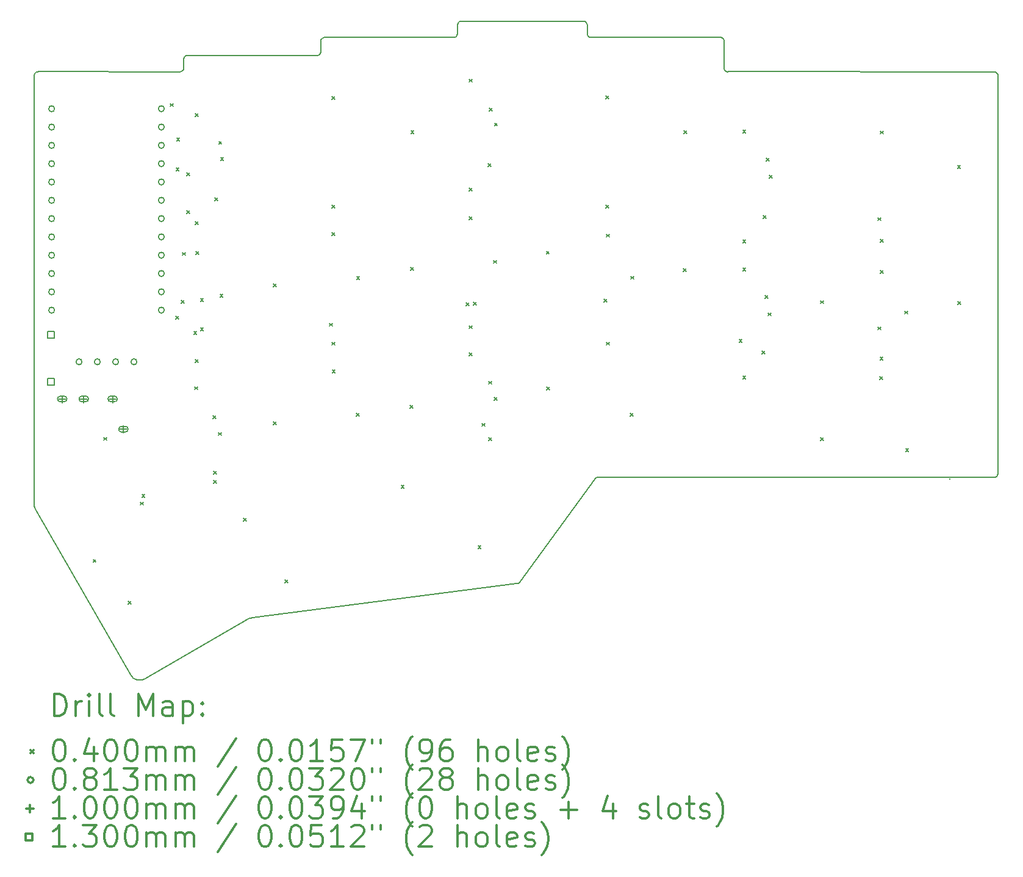
<source format=gbr>
%FSLAX45Y45*%
G04 Gerber Fmt 4.5, Leading zero omitted, Abs format (unit mm)*
G04 Created by KiCad (PCBNEW (5.1.10)-1) date 2021-11-26 09:39:06*
%MOMM*%
%LPD*%
G01*
G04 APERTURE LIST*
%TA.AperFunction,Profile*%
%ADD10C,0.200000*%
%TD*%
%ADD11C,0.200000*%
%ADD12C,0.300000*%
G04 APERTURE END LIST*
D10*
X21252250Y-10814400D02*
X21252250Y-10814300D01*
X21252250Y-10813300D02*
X21252150Y-10813300D01*
X15240651Y-12267009D02*
X11573606Y-12744046D01*
X18115649Y-5117043D02*
X18115649Y-5117018D01*
X12515665Y-4892025D02*
X12510729Y-4913700D01*
X12510729Y-4913700D02*
X12497460Y-4930602D01*
X12497460Y-4930602D02*
X12478149Y-4940441D01*
X12478149Y-4940441D02*
X12465653Y-4942012D01*
X16330309Y-10806663D02*
X15276007Y-12252379D01*
X9885930Y-13545161D02*
X8563328Y-11251924D01*
X14365672Y-4692025D02*
X14365647Y-4692025D01*
X14415659Y-4517019D02*
X14420584Y-4495341D01*
X14420584Y-4495341D02*
X14433845Y-4478432D01*
X14433845Y-4478432D02*
X14453151Y-4468584D01*
X14453151Y-4468584D02*
X14465647Y-4467007D01*
X16215654Y-4517019D02*
X16215654Y-4517019D01*
X16165667Y-4467007D02*
X16187343Y-4471943D01*
X16187343Y-4471943D02*
X16204245Y-4485212D01*
X16204245Y-4485212D02*
X16214083Y-4504523D01*
X16214083Y-4504523D02*
X16215654Y-4517019D01*
X16215654Y-4642038D02*
X16215654Y-4642013D01*
X18065662Y-4692025D02*
X18087331Y-4696958D01*
X18087331Y-4696958D02*
X18104231Y-4710219D01*
X18104231Y-4710219D02*
X18114073Y-4729521D01*
X18114073Y-4729521D02*
X18115649Y-4742013D01*
X18165661Y-5167030D02*
X18143983Y-5162105D01*
X18143983Y-5162105D02*
X18127074Y-5148844D01*
X18127074Y-5148844D02*
X18117226Y-5129538D01*
X18117226Y-5129538D02*
X18115649Y-5117043D01*
X21915663Y-5217017D02*
X21915663Y-5217017D01*
X21865650Y-5167030D02*
X21887328Y-5171955D01*
X21887328Y-5171955D02*
X21904237Y-5185215D01*
X21904237Y-5185215D02*
X21914085Y-5204522D01*
X21914085Y-5204522D02*
X21915663Y-5217017D01*
X21865651Y-10792007D02*
X21865650Y-10792007D01*
X12515665Y-4742013D02*
X12520598Y-4720343D01*
X12520598Y-4720343D02*
X12533859Y-4703444D01*
X12533859Y-4703444D02*
X12553161Y-4693601D01*
X12553161Y-4693601D02*
X12565652Y-4692025D01*
X9886240Y-13545623D02*
X9885930Y-13545161D01*
X10615671Y-5117018D02*
X10610746Y-5138696D01*
X10610746Y-5138696D02*
X10597485Y-5155605D01*
X10597485Y-5155605D02*
X10578178Y-5165453D01*
X10578178Y-5165453D02*
X10565683Y-5167030D01*
X15276007Y-12252379D02*
X15258652Y-12263662D01*
X15258652Y-12263662D02*
X15240651Y-12267009D01*
X10078742Y-13583108D02*
X10060336Y-13593587D01*
X10060336Y-13593587D02*
X10041061Y-13600987D01*
X10041061Y-13600987D02*
X10021244Y-13605372D01*
X10021244Y-13605372D02*
X10001210Y-13606805D01*
X10001210Y-13606805D02*
X9974727Y-13604234D01*
X9974727Y-13604234D02*
X9949214Y-13596679D01*
X9949214Y-13596679D02*
X9931182Y-13587834D01*
X9931182Y-13587834D02*
X9914458Y-13576333D01*
X9914458Y-13576333D02*
X9899368Y-13562242D01*
X9899368Y-13562242D02*
X9886240Y-13545623D01*
X14415659Y-4642013D02*
X14410734Y-4663691D01*
X14410734Y-4663691D02*
X14397474Y-4680600D01*
X14397474Y-4680600D02*
X14378167Y-4690448D01*
X14378167Y-4690448D02*
X14365672Y-4692025D01*
X16265666Y-4692025D02*
X16243988Y-4687100D01*
X16243988Y-4687100D02*
X16227080Y-4673840D01*
X16227080Y-4673840D02*
X16217232Y-4654533D01*
X16217232Y-4654533D02*
X16215654Y-4642038D01*
X8590760Y-5166853D02*
X10565659Y-5167030D01*
X11508150Y-12757000D02*
X11528319Y-12751577D01*
X11528319Y-12751577D02*
X11548771Y-12747399D01*
X11548771Y-12747399D02*
X11569448Y-12744478D01*
X11569448Y-12744478D02*
X11573606Y-12744046D01*
X11508150Y-12757000D02*
X10078742Y-13583108D01*
X14415736Y-4641835D02*
X14415736Y-4516867D01*
X10615900Y-4991847D02*
X10615671Y-5117018D01*
X18165788Y-5166853D02*
X21865650Y-5167030D01*
X21915663Y-5217017D02*
X21915840Y-10741893D01*
X16330309Y-10806663D02*
X16347662Y-10795365D01*
X16347662Y-10795365D02*
X16365666Y-10792007D01*
X16265870Y-4691873D02*
X17466650Y-4691873D01*
X16977950Y-10792007D02*
X20777950Y-10791931D01*
X12515818Y-4891771D02*
X12515818Y-4741911D01*
X10665684Y-4941809D02*
X12465780Y-4941809D01*
X8563379Y-11251772D02*
X8554431Y-11233885D01*
X8554431Y-11233885D02*
X8546883Y-11212423D01*
X8546883Y-11212423D02*
X8542265Y-11190159D01*
X8542265Y-11190159D02*
X8540656Y-11167390D01*
X8540656Y-11167390D02*
X8540670Y-11164523D01*
X8540722Y-5216890D02*
X8540722Y-11164295D01*
X16215832Y-4516867D02*
X16215832Y-4641835D01*
X12565856Y-4691873D02*
X13177950Y-4691873D01*
X21915663Y-10742020D02*
X21910727Y-10763696D01*
X21910727Y-10763696D02*
X21897458Y-10780598D01*
X21897458Y-10780598D02*
X21878147Y-10790436D01*
X21878147Y-10790436D02*
X21865651Y-10792007D01*
X18115750Y-4741911D02*
X18115750Y-5116815D01*
X10615671Y-4992024D02*
X10620597Y-4970346D01*
X10620597Y-4970346D02*
X10633857Y-4953438D01*
X10633857Y-4953438D02*
X10653162Y-4943590D01*
X10653162Y-4943590D02*
X10665658Y-4942012D01*
X8540670Y-5217017D02*
X8545603Y-5195348D01*
X8545603Y-5195348D02*
X8558864Y-5178448D01*
X8558864Y-5178448D02*
X8578167Y-5168606D01*
X8578167Y-5168606D02*
X8590658Y-5167030D01*
X14465774Y-4466829D02*
X16165794Y-4466829D01*
X10565683Y-5167030D02*
X10565659Y-5167030D01*
X16365666Y-10792007D02*
X16977950Y-10792007D01*
X21865650Y-10792007D02*
X20777950Y-10791931D01*
X18065662Y-4692025D02*
X17452950Y-4692025D01*
X14365647Y-4692025D02*
X13177950Y-4691873D01*
D11*
X9358950Y-11932700D02*
X9398950Y-11972700D01*
X9398950Y-11932700D02*
X9358950Y-11972700D01*
X9505950Y-10239700D02*
X9545950Y-10279700D01*
X9545950Y-10239700D02*
X9505950Y-10279700D01*
X9845950Y-12514700D02*
X9885950Y-12554700D01*
X9885950Y-12514700D02*
X9845950Y-12554700D01*
X10013950Y-11136700D02*
X10053950Y-11176700D01*
X10053950Y-11136700D02*
X10013950Y-11176700D01*
X10036256Y-11032006D02*
X10076256Y-11072006D01*
X10076256Y-11032006D02*
X10036256Y-11072006D01*
X10431576Y-5608102D02*
X10471576Y-5648102D01*
X10471576Y-5608102D02*
X10431576Y-5648102D01*
X10503950Y-8558700D02*
X10543950Y-8598700D01*
X10543950Y-8558700D02*
X10503950Y-8598700D01*
X10510949Y-6499700D02*
X10550949Y-6539700D01*
X10550949Y-6499700D02*
X10510949Y-6539700D01*
X10518650Y-6089700D02*
X10558650Y-6129700D01*
X10558650Y-6089700D02*
X10518650Y-6129700D01*
X10578950Y-8340700D02*
X10618950Y-8380700D01*
X10618950Y-8340700D02*
X10578950Y-8380700D01*
X10595950Y-7673700D02*
X10635950Y-7713700D01*
X10635950Y-7673700D02*
X10595950Y-7713700D01*
X10660950Y-6570700D02*
X10700950Y-6610700D01*
X10700950Y-6570700D02*
X10660950Y-6610700D01*
X10660950Y-7095700D02*
X10700950Y-7135700D01*
X10700950Y-7095700D02*
X10660950Y-7135700D01*
X10754950Y-8770700D02*
X10794950Y-8810700D01*
X10794950Y-8770700D02*
X10754950Y-8810700D01*
X10766950Y-9536700D02*
X10806950Y-9576700D01*
X10806950Y-9536700D02*
X10766950Y-9576700D01*
X10775950Y-5749700D02*
X10815950Y-5789700D01*
X10815950Y-5749700D02*
X10775950Y-5789700D01*
X10775950Y-7249700D02*
X10815950Y-7289700D01*
X10815950Y-7249700D02*
X10775950Y-7289700D01*
X10775950Y-9159700D02*
X10815950Y-9199700D01*
X10815950Y-9159700D02*
X10775950Y-9199700D01*
X10785950Y-7659700D02*
X10825950Y-7699700D01*
X10825950Y-7659700D02*
X10785950Y-7699700D01*
X10848450Y-8310701D02*
X10888450Y-8350701D01*
X10888450Y-8310701D02*
X10848450Y-8350701D01*
X10848450Y-8719200D02*
X10888450Y-8759200D01*
X10888450Y-8719200D02*
X10848450Y-8759200D01*
X11023950Y-9937700D02*
X11063950Y-9977700D01*
X11063950Y-9937700D02*
X11023950Y-9977700D01*
X11028950Y-10707700D02*
X11068950Y-10747700D01*
X11068950Y-10707700D02*
X11028950Y-10747700D01*
X11029449Y-10834700D02*
X11069449Y-10874700D01*
X11069449Y-10834700D02*
X11029449Y-10874700D01*
X11050544Y-6916139D02*
X11090544Y-6956139D01*
X11090544Y-6916139D02*
X11050544Y-6956139D01*
X11095950Y-10172700D02*
X11135950Y-10212700D01*
X11135950Y-10172700D02*
X11095950Y-10212700D01*
X11102950Y-6133700D02*
X11142950Y-6173700D01*
X11142950Y-6133700D02*
X11102950Y-6173700D01*
X11118950Y-8255700D02*
X11158950Y-8295700D01*
X11158950Y-8255700D02*
X11118950Y-8295700D01*
X11128951Y-6359700D02*
X11168951Y-6399700D01*
X11168951Y-6359700D02*
X11128951Y-6399700D01*
X11443950Y-11358700D02*
X11483950Y-11398700D01*
X11483950Y-11358700D02*
X11443950Y-11398700D01*
X11858950Y-8107700D02*
X11898950Y-8147700D01*
X11898950Y-8107700D02*
X11858950Y-8147700D01*
X11861950Y-10021700D02*
X11901950Y-10061700D01*
X11901950Y-10021700D02*
X11861950Y-10061700D01*
X12019950Y-12217700D02*
X12059950Y-12257700D01*
X12059950Y-12217700D02*
X12019950Y-12257700D01*
X12638950Y-8656700D02*
X12678950Y-8696700D01*
X12678950Y-8656700D02*
X12638950Y-8696700D01*
X12675950Y-5509700D02*
X12715950Y-5549700D01*
X12715950Y-5509700D02*
X12675950Y-5549700D01*
X12675950Y-7019700D02*
X12715950Y-7059700D01*
X12715950Y-7019700D02*
X12675950Y-7059700D01*
X12675950Y-7399700D02*
X12715950Y-7439700D01*
X12715950Y-7399700D02*
X12675950Y-7439700D01*
X12675950Y-8919700D02*
X12715950Y-8959700D01*
X12715950Y-8919700D02*
X12675950Y-8959700D01*
X12676950Y-9301700D02*
X12716950Y-9341700D01*
X12716950Y-9301700D02*
X12676950Y-9341700D01*
X13010950Y-9905700D02*
X13050950Y-9945700D01*
X13050950Y-9905700D02*
X13010950Y-9945700D01*
X13015950Y-8005700D02*
X13055950Y-8045700D01*
X13055950Y-8005700D02*
X13015950Y-8045700D01*
X13633950Y-10902700D02*
X13673950Y-10942700D01*
X13673950Y-10902700D02*
X13633950Y-10942700D01*
X13757950Y-9792700D02*
X13797950Y-9832700D01*
X13797950Y-9792700D02*
X13757950Y-9832700D01*
X13764950Y-7883700D02*
X13804950Y-7923700D01*
X13804950Y-7883700D02*
X13764950Y-7923700D01*
X13768950Y-5987700D02*
X13808950Y-6027700D01*
X13808950Y-5987700D02*
X13768950Y-6027700D01*
X14535950Y-8371200D02*
X14575950Y-8411200D01*
X14575950Y-8371200D02*
X14535950Y-8411200D01*
X14575950Y-5269700D02*
X14615950Y-5309700D01*
X14615950Y-5269700D02*
X14575950Y-5309700D01*
X14575950Y-6779700D02*
X14615950Y-6819700D01*
X14615950Y-6779700D02*
X14575950Y-6819700D01*
X14575950Y-7179700D02*
X14615950Y-7219700D01*
X14615950Y-7179700D02*
X14575950Y-7219700D01*
X14575950Y-8689700D02*
X14615950Y-8729700D01*
X14615950Y-8689700D02*
X14575950Y-8729700D01*
X14580950Y-9067700D02*
X14620950Y-9107700D01*
X14620950Y-9067700D02*
X14580950Y-9107700D01*
X14639950Y-8367200D02*
X14679950Y-8407200D01*
X14679950Y-8367200D02*
X14639950Y-8407200D01*
X14701950Y-11742700D02*
X14741950Y-11782700D01*
X14741950Y-11742700D02*
X14701950Y-11782700D01*
X14757950Y-10045700D02*
X14797950Y-10085700D01*
X14797950Y-10045700D02*
X14757950Y-10085700D01*
X14840449Y-6440086D02*
X14880449Y-6480086D01*
X14880449Y-6440086D02*
X14840449Y-6480086D01*
X14846950Y-10246700D02*
X14886950Y-10286700D01*
X14886950Y-10246700D02*
X14846950Y-10286700D01*
X14850950Y-9460700D02*
X14890950Y-9500700D01*
X14890950Y-9460700D02*
X14850950Y-9500700D01*
X14854950Y-5674700D02*
X14894950Y-5714700D01*
X14894950Y-5674700D02*
X14854950Y-5714700D01*
X14914950Y-7784700D02*
X14954950Y-7824700D01*
X14954950Y-7784700D02*
X14914950Y-7824700D01*
X14925950Y-9682700D02*
X14965950Y-9722700D01*
X14965950Y-9682700D02*
X14925950Y-9722700D01*
X14929950Y-5879700D02*
X14969950Y-5919700D01*
X14969950Y-5879700D02*
X14929950Y-5919700D01*
X15648417Y-7658233D02*
X15688417Y-7698233D01*
X15688417Y-7658233D02*
X15648417Y-7698233D01*
X15651917Y-9541733D02*
X15691917Y-9581733D01*
X15691917Y-9541733D02*
X15651917Y-9581733D01*
X16448645Y-8320505D02*
X16488645Y-8360505D01*
X16488645Y-8320505D02*
X16448645Y-8360505D01*
X16475950Y-5499700D02*
X16515950Y-5539700D01*
X16515950Y-5499700D02*
X16475950Y-5539700D01*
X16475950Y-7019700D02*
X16515950Y-7059700D01*
X16515950Y-7019700D02*
X16475950Y-7059700D01*
X16485950Y-7419700D02*
X16525950Y-7459700D01*
X16525950Y-7419700D02*
X16485950Y-7459700D01*
X16485950Y-8919700D02*
X16525950Y-8959700D01*
X16525950Y-8919700D02*
X16485950Y-8959700D01*
X16815950Y-9904700D02*
X16855950Y-9944700D01*
X16855950Y-9904700D02*
X16815950Y-9944700D01*
X16822950Y-8004700D02*
X16862950Y-8044700D01*
X16862950Y-8004700D02*
X16822950Y-8044700D01*
X17552950Y-7898700D02*
X17592950Y-7938700D01*
X17592950Y-7898700D02*
X17552950Y-7938700D01*
X17558950Y-5983700D02*
X17598950Y-6023700D01*
X17598950Y-5983700D02*
X17558950Y-6023700D01*
X18324950Y-8879201D02*
X18364950Y-8919201D01*
X18364950Y-8879201D02*
X18324950Y-8919201D01*
X18375950Y-5979700D02*
X18415950Y-6019700D01*
X18415950Y-5979700D02*
X18375950Y-6019700D01*
X18375950Y-7499700D02*
X18415950Y-7539700D01*
X18415950Y-7499700D02*
X18375950Y-7539700D01*
X18375950Y-7889700D02*
X18415950Y-7929700D01*
X18415950Y-7889700D02*
X18375950Y-7929700D01*
X18375950Y-9389700D02*
X18415950Y-9429700D01*
X18415950Y-9389700D02*
X18375950Y-9429700D01*
X18642449Y-9042602D02*
X18682449Y-9082602D01*
X18682449Y-9042602D02*
X18642449Y-9082602D01*
X18656699Y-7164865D02*
X18696699Y-7204865D01*
X18696699Y-7164865D02*
X18656699Y-7204865D01*
X18682950Y-8269700D02*
X18722950Y-8309700D01*
X18722950Y-8269700D02*
X18682950Y-8309700D01*
X18700950Y-6363700D02*
X18740950Y-6403700D01*
X18740950Y-6363700D02*
X18700950Y-6403700D01*
X18725950Y-8511700D02*
X18765950Y-8551700D01*
X18765950Y-8511700D02*
X18725950Y-8551700D01*
X18741950Y-6604700D02*
X18781950Y-6644700D01*
X18781950Y-6604700D02*
X18741950Y-6644700D01*
X19455950Y-8343700D02*
X19495950Y-8383700D01*
X19495950Y-8343700D02*
X19455950Y-8383700D01*
X19457950Y-10244700D02*
X19497950Y-10284700D01*
X19497950Y-10244700D02*
X19457950Y-10284700D01*
X20251366Y-8707496D02*
X20291366Y-8747496D01*
X20291366Y-8707496D02*
X20251366Y-8747496D01*
X20253450Y-7190700D02*
X20293450Y-7230700D01*
X20293450Y-7190700D02*
X20253450Y-7230700D01*
X20275950Y-9399700D02*
X20315950Y-9439700D01*
X20315950Y-9399700D02*
X20275950Y-9439700D01*
X20279950Y-9124200D02*
X20319950Y-9164200D01*
X20319950Y-9124200D02*
X20279950Y-9164200D01*
X20284451Y-7489700D02*
X20324451Y-7529700D01*
X20324451Y-7489700D02*
X20284451Y-7529700D01*
X20285950Y-5989700D02*
X20325950Y-6029700D01*
X20325950Y-5989700D02*
X20285950Y-6029700D01*
X20286950Y-7924700D02*
X20326950Y-7964700D01*
X20326950Y-7924700D02*
X20286950Y-7964700D01*
X20622950Y-8486700D02*
X20662950Y-8526700D01*
X20662950Y-8486700D02*
X20622950Y-8526700D01*
X20636950Y-10394700D02*
X20676950Y-10434700D01*
X20676950Y-10394700D02*
X20636950Y-10434700D01*
X21356950Y-6465700D02*
X21396950Y-6505700D01*
X21396950Y-6465700D02*
X21356950Y-6505700D01*
X21361950Y-8358700D02*
X21401950Y-8398700D01*
X21401950Y-8358700D02*
X21361950Y-8398700D01*
X8823730Y-5680400D02*
G75*
G03*
X8823730Y-5680400I-40640J0D01*
G01*
X8823730Y-5934400D02*
G75*
G03*
X8823730Y-5934400I-40640J0D01*
G01*
X8823730Y-6188400D02*
G75*
G03*
X8823730Y-6188400I-40640J0D01*
G01*
X8823730Y-6442400D02*
G75*
G03*
X8823730Y-6442400I-40640J0D01*
G01*
X8823730Y-6696400D02*
G75*
G03*
X8823730Y-6696400I-40640J0D01*
G01*
X8823730Y-6950400D02*
G75*
G03*
X8823730Y-6950400I-40640J0D01*
G01*
X8823730Y-7204400D02*
G75*
G03*
X8823730Y-7204400I-40640J0D01*
G01*
X8823730Y-7458400D02*
G75*
G03*
X8823730Y-7458400I-40640J0D01*
G01*
X8823730Y-7712400D02*
G75*
G03*
X8823730Y-7712400I-40640J0D01*
G01*
X8823730Y-7966400D02*
G75*
G03*
X8823730Y-7966400I-40640J0D01*
G01*
X8823730Y-8220400D02*
G75*
G03*
X8823730Y-8220400I-40640J0D01*
G01*
X8823730Y-8474400D02*
G75*
G03*
X8823730Y-8474400I-40640J0D01*
G01*
X9203590Y-9191200D02*
G75*
G03*
X9203590Y-9191200I-40640J0D01*
G01*
X9457590Y-9191200D02*
G75*
G03*
X9457590Y-9191200I-40640J0D01*
G01*
X9711590Y-9191200D02*
G75*
G03*
X9711590Y-9191200I-40640J0D01*
G01*
X9965590Y-9191200D02*
G75*
G03*
X9965590Y-9191200I-40640J0D01*
G01*
X10345730Y-5680400D02*
G75*
G03*
X10345730Y-5680400I-40640J0D01*
G01*
X10345730Y-5934400D02*
G75*
G03*
X10345730Y-5934400I-40640J0D01*
G01*
X10345730Y-6188400D02*
G75*
G03*
X10345730Y-6188400I-40640J0D01*
G01*
X10345730Y-6442400D02*
G75*
G03*
X10345730Y-6442400I-40640J0D01*
G01*
X10345730Y-6696400D02*
G75*
G03*
X10345730Y-6696400I-40640J0D01*
G01*
X10345730Y-6950400D02*
G75*
G03*
X10345730Y-6950400I-40640J0D01*
G01*
X10345730Y-7204400D02*
G75*
G03*
X10345730Y-7204400I-40640J0D01*
G01*
X10345730Y-7458400D02*
G75*
G03*
X10345730Y-7458400I-40640J0D01*
G01*
X10345730Y-7712400D02*
G75*
G03*
X10345730Y-7712400I-40640J0D01*
G01*
X10345730Y-7966400D02*
G75*
G03*
X10345730Y-7966400I-40640J0D01*
G01*
X10345730Y-8220400D02*
G75*
G03*
X10345730Y-8220400I-40640J0D01*
G01*
X10345730Y-8474400D02*
G75*
G03*
X10345730Y-8474400I-40640J0D01*
G01*
X8928950Y-9656200D02*
X8928950Y-9756200D01*
X8878950Y-9706200D02*
X8978950Y-9706200D01*
X8903950Y-9746200D02*
X8953950Y-9746200D01*
X8903950Y-9666200D02*
X8953950Y-9666200D01*
X8953950Y-9746200D02*
G75*
G03*
X8953950Y-9666200I0J40000D01*
G01*
X8903950Y-9666200D02*
G75*
G03*
X8903950Y-9746200I0J-40000D01*
G01*
X9228950Y-9656200D02*
X9228950Y-9756200D01*
X9178950Y-9706200D02*
X9278950Y-9706200D01*
X9203950Y-9746200D02*
X9253950Y-9746200D01*
X9203950Y-9666200D02*
X9253950Y-9666200D01*
X9253950Y-9746200D02*
G75*
G03*
X9253950Y-9666200I0J40000D01*
G01*
X9203950Y-9666200D02*
G75*
G03*
X9203950Y-9746200I0J-40000D01*
G01*
X9628950Y-9656200D02*
X9628950Y-9756200D01*
X9578950Y-9706200D02*
X9678950Y-9706200D01*
X9603950Y-9746200D02*
X9653950Y-9746200D01*
X9603950Y-9666200D02*
X9653950Y-9666200D01*
X9653950Y-9746200D02*
G75*
G03*
X9653950Y-9666200I0J40000D01*
G01*
X9603950Y-9666200D02*
G75*
G03*
X9603950Y-9746200I0J-40000D01*
G01*
X9778950Y-10076200D02*
X9778950Y-10176200D01*
X9728950Y-10126200D02*
X9828950Y-10126200D01*
X9753950Y-10166200D02*
X9803950Y-10166200D01*
X9753950Y-10086200D02*
X9803950Y-10086200D01*
X9803950Y-10166200D02*
G75*
G03*
X9803950Y-10086200I0J40000D01*
G01*
X9753950Y-10086200D02*
G75*
G03*
X9753950Y-10166200I0J-40000D01*
G01*
X8821612Y-8862362D02*
X8821612Y-8770438D01*
X8729688Y-8770438D01*
X8729688Y-8862362D01*
X8821612Y-8862362D01*
X8821612Y-9512362D02*
X8821612Y-9420438D01*
X8729688Y-9420438D01*
X8729688Y-9512362D01*
X8821612Y-9512362D01*
D12*
X8816690Y-14101630D02*
X8816690Y-13801630D01*
X8888118Y-13801630D01*
X8930975Y-13815915D01*
X8959547Y-13844487D01*
X8973833Y-13873058D01*
X8988118Y-13930201D01*
X8988118Y-13973058D01*
X8973833Y-14030201D01*
X8959547Y-14058772D01*
X8930975Y-14087344D01*
X8888118Y-14101630D01*
X8816690Y-14101630D01*
X9116690Y-14101630D02*
X9116690Y-13901630D01*
X9116690Y-13958772D02*
X9130975Y-13930201D01*
X9145261Y-13915915D01*
X9173833Y-13901630D01*
X9202404Y-13901630D01*
X9302404Y-14101630D02*
X9302404Y-13901630D01*
X9302404Y-13801630D02*
X9288118Y-13815915D01*
X9302404Y-13830201D01*
X9316690Y-13815915D01*
X9302404Y-13801630D01*
X9302404Y-13830201D01*
X9488118Y-14101630D02*
X9459547Y-14087344D01*
X9445261Y-14058772D01*
X9445261Y-13801630D01*
X9645261Y-14101630D02*
X9616690Y-14087344D01*
X9602404Y-14058772D01*
X9602404Y-13801630D01*
X9988118Y-14101630D02*
X9988118Y-13801630D01*
X10088118Y-14015915D01*
X10188118Y-13801630D01*
X10188118Y-14101630D01*
X10459547Y-14101630D02*
X10459547Y-13944487D01*
X10445261Y-13915915D01*
X10416690Y-13901630D01*
X10359547Y-13901630D01*
X10330975Y-13915915D01*
X10459547Y-14087344D02*
X10430975Y-14101630D01*
X10359547Y-14101630D01*
X10330975Y-14087344D01*
X10316690Y-14058772D01*
X10316690Y-14030201D01*
X10330975Y-14001630D01*
X10359547Y-13987344D01*
X10430975Y-13987344D01*
X10459547Y-13973058D01*
X10602404Y-13901630D02*
X10602404Y-14201630D01*
X10602404Y-13915915D02*
X10630975Y-13901630D01*
X10688118Y-13901630D01*
X10716690Y-13915915D01*
X10730975Y-13930201D01*
X10745261Y-13958772D01*
X10745261Y-14044487D01*
X10730975Y-14073058D01*
X10716690Y-14087344D01*
X10688118Y-14101630D01*
X10630975Y-14101630D01*
X10602404Y-14087344D01*
X10873833Y-14073058D02*
X10888118Y-14087344D01*
X10873833Y-14101630D01*
X10859547Y-14087344D01*
X10873833Y-14073058D01*
X10873833Y-14101630D01*
X10873833Y-13915915D02*
X10888118Y-13930201D01*
X10873833Y-13944487D01*
X10859547Y-13930201D01*
X10873833Y-13915915D01*
X10873833Y-13944487D01*
X8490261Y-14575915D02*
X8530261Y-14615915D01*
X8530261Y-14575915D02*
X8490261Y-14615915D01*
X8873833Y-14431630D02*
X8902404Y-14431630D01*
X8930975Y-14445915D01*
X8945261Y-14460201D01*
X8959547Y-14488772D01*
X8973833Y-14545915D01*
X8973833Y-14617344D01*
X8959547Y-14674487D01*
X8945261Y-14703058D01*
X8930975Y-14717344D01*
X8902404Y-14731630D01*
X8873833Y-14731630D01*
X8845261Y-14717344D01*
X8830975Y-14703058D01*
X8816690Y-14674487D01*
X8802404Y-14617344D01*
X8802404Y-14545915D01*
X8816690Y-14488772D01*
X8830975Y-14460201D01*
X8845261Y-14445915D01*
X8873833Y-14431630D01*
X9102404Y-14703058D02*
X9116690Y-14717344D01*
X9102404Y-14731630D01*
X9088118Y-14717344D01*
X9102404Y-14703058D01*
X9102404Y-14731630D01*
X9373833Y-14531630D02*
X9373833Y-14731630D01*
X9302404Y-14417344D02*
X9230975Y-14631630D01*
X9416690Y-14631630D01*
X9588118Y-14431630D02*
X9616690Y-14431630D01*
X9645261Y-14445915D01*
X9659547Y-14460201D01*
X9673833Y-14488772D01*
X9688118Y-14545915D01*
X9688118Y-14617344D01*
X9673833Y-14674487D01*
X9659547Y-14703058D01*
X9645261Y-14717344D01*
X9616690Y-14731630D01*
X9588118Y-14731630D01*
X9559547Y-14717344D01*
X9545261Y-14703058D01*
X9530975Y-14674487D01*
X9516690Y-14617344D01*
X9516690Y-14545915D01*
X9530975Y-14488772D01*
X9545261Y-14460201D01*
X9559547Y-14445915D01*
X9588118Y-14431630D01*
X9873833Y-14431630D02*
X9902404Y-14431630D01*
X9930975Y-14445915D01*
X9945261Y-14460201D01*
X9959547Y-14488772D01*
X9973833Y-14545915D01*
X9973833Y-14617344D01*
X9959547Y-14674487D01*
X9945261Y-14703058D01*
X9930975Y-14717344D01*
X9902404Y-14731630D01*
X9873833Y-14731630D01*
X9845261Y-14717344D01*
X9830975Y-14703058D01*
X9816690Y-14674487D01*
X9802404Y-14617344D01*
X9802404Y-14545915D01*
X9816690Y-14488772D01*
X9830975Y-14460201D01*
X9845261Y-14445915D01*
X9873833Y-14431630D01*
X10102404Y-14731630D02*
X10102404Y-14531630D01*
X10102404Y-14560201D02*
X10116690Y-14545915D01*
X10145261Y-14531630D01*
X10188118Y-14531630D01*
X10216690Y-14545915D01*
X10230975Y-14574487D01*
X10230975Y-14731630D01*
X10230975Y-14574487D02*
X10245261Y-14545915D01*
X10273833Y-14531630D01*
X10316690Y-14531630D01*
X10345261Y-14545915D01*
X10359547Y-14574487D01*
X10359547Y-14731630D01*
X10502404Y-14731630D02*
X10502404Y-14531630D01*
X10502404Y-14560201D02*
X10516690Y-14545915D01*
X10545261Y-14531630D01*
X10588118Y-14531630D01*
X10616690Y-14545915D01*
X10630975Y-14574487D01*
X10630975Y-14731630D01*
X10630975Y-14574487D02*
X10645261Y-14545915D01*
X10673833Y-14531630D01*
X10716690Y-14531630D01*
X10745261Y-14545915D01*
X10759547Y-14574487D01*
X10759547Y-14731630D01*
X11345261Y-14417344D02*
X11088118Y-14803058D01*
X11730975Y-14431630D02*
X11759547Y-14431630D01*
X11788118Y-14445915D01*
X11802404Y-14460201D01*
X11816690Y-14488772D01*
X11830975Y-14545915D01*
X11830975Y-14617344D01*
X11816690Y-14674487D01*
X11802404Y-14703058D01*
X11788118Y-14717344D01*
X11759547Y-14731630D01*
X11730975Y-14731630D01*
X11702404Y-14717344D01*
X11688118Y-14703058D01*
X11673832Y-14674487D01*
X11659547Y-14617344D01*
X11659547Y-14545915D01*
X11673832Y-14488772D01*
X11688118Y-14460201D01*
X11702404Y-14445915D01*
X11730975Y-14431630D01*
X11959547Y-14703058D02*
X11973832Y-14717344D01*
X11959547Y-14731630D01*
X11945261Y-14717344D01*
X11959547Y-14703058D01*
X11959547Y-14731630D01*
X12159547Y-14431630D02*
X12188118Y-14431630D01*
X12216690Y-14445915D01*
X12230975Y-14460201D01*
X12245261Y-14488772D01*
X12259547Y-14545915D01*
X12259547Y-14617344D01*
X12245261Y-14674487D01*
X12230975Y-14703058D01*
X12216690Y-14717344D01*
X12188118Y-14731630D01*
X12159547Y-14731630D01*
X12130975Y-14717344D01*
X12116690Y-14703058D01*
X12102404Y-14674487D01*
X12088118Y-14617344D01*
X12088118Y-14545915D01*
X12102404Y-14488772D01*
X12116690Y-14460201D01*
X12130975Y-14445915D01*
X12159547Y-14431630D01*
X12545261Y-14731630D02*
X12373832Y-14731630D01*
X12459547Y-14731630D02*
X12459547Y-14431630D01*
X12430975Y-14474487D01*
X12402404Y-14503058D01*
X12373832Y-14517344D01*
X12816690Y-14431630D02*
X12673832Y-14431630D01*
X12659547Y-14574487D01*
X12673832Y-14560201D01*
X12702404Y-14545915D01*
X12773832Y-14545915D01*
X12802404Y-14560201D01*
X12816690Y-14574487D01*
X12830975Y-14603058D01*
X12830975Y-14674487D01*
X12816690Y-14703058D01*
X12802404Y-14717344D01*
X12773832Y-14731630D01*
X12702404Y-14731630D01*
X12673832Y-14717344D01*
X12659547Y-14703058D01*
X12930975Y-14431630D02*
X13130975Y-14431630D01*
X13002404Y-14731630D01*
X13230975Y-14431630D02*
X13230975Y-14488772D01*
X13345261Y-14431630D02*
X13345261Y-14488772D01*
X13788118Y-14845915D02*
X13773832Y-14831630D01*
X13745261Y-14788772D01*
X13730975Y-14760201D01*
X13716690Y-14717344D01*
X13702404Y-14645915D01*
X13702404Y-14588772D01*
X13716690Y-14517344D01*
X13730975Y-14474487D01*
X13745261Y-14445915D01*
X13773832Y-14403058D01*
X13788118Y-14388772D01*
X13916690Y-14731630D02*
X13973832Y-14731630D01*
X14002404Y-14717344D01*
X14016690Y-14703058D01*
X14045261Y-14660201D01*
X14059547Y-14603058D01*
X14059547Y-14488772D01*
X14045261Y-14460201D01*
X14030975Y-14445915D01*
X14002404Y-14431630D01*
X13945261Y-14431630D01*
X13916690Y-14445915D01*
X13902404Y-14460201D01*
X13888118Y-14488772D01*
X13888118Y-14560201D01*
X13902404Y-14588772D01*
X13916690Y-14603058D01*
X13945261Y-14617344D01*
X14002404Y-14617344D01*
X14030975Y-14603058D01*
X14045261Y-14588772D01*
X14059547Y-14560201D01*
X14316690Y-14431630D02*
X14259547Y-14431630D01*
X14230975Y-14445915D01*
X14216690Y-14460201D01*
X14188118Y-14503058D01*
X14173832Y-14560201D01*
X14173832Y-14674487D01*
X14188118Y-14703058D01*
X14202404Y-14717344D01*
X14230975Y-14731630D01*
X14288118Y-14731630D01*
X14316690Y-14717344D01*
X14330975Y-14703058D01*
X14345261Y-14674487D01*
X14345261Y-14603058D01*
X14330975Y-14574487D01*
X14316690Y-14560201D01*
X14288118Y-14545915D01*
X14230975Y-14545915D01*
X14202404Y-14560201D01*
X14188118Y-14574487D01*
X14173832Y-14603058D01*
X14702404Y-14731630D02*
X14702404Y-14431630D01*
X14830975Y-14731630D02*
X14830975Y-14574487D01*
X14816690Y-14545915D01*
X14788118Y-14531630D01*
X14745261Y-14531630D01*
X14716690Y-14545915D01*
X14702404Y-14560201D01*
X15016690Y-14731630D02*
X14988118Y-14717344D01*
X14973832Y-14703058D01*
X14959547Y-14674487D01*
X14959547Y-14588772D01*
X14973832Y-14560201D01*
X14988118Y-14545915D01*
X15016690Y-14531630D01*
X15059547Y-14531630D01*
X15088118Y-14545915D01*
X15102404Y-14560201D01*
X15116690Y-14588772D01*
X15116690Y-14674487D01*
X15102404Y-14703058D01*
X15088118Y-14717344D01*
X15059547Y-14731630D01*
X15016690Y-14731630D01*
X15288118Y-14731630D02*
X15259547Y-14717344D01*
X15245261Y-14688772D01*
X15245261Y-14431630D01*
X15516690Y-14717344D02*
X15488118Y-14731630D01*
X15430975Y-14731630D01*
X15402404Y-14717344D01*
X15388118Y-14688772D01*
X15388118Y-14574487D01*
X15402404Y-14545915D01*
X15430975Y-14531630D01*
X15488118Y-14531630D01*
X15516690Y-14545915D01*
X15530975Y-14574487D01*
X15530975Y-14603058D01*
X15388118Y-14631630D01*
X15645261Y-14717344D02*
X15673832Y-14731630D01*
X15730975Y-14731630D01*
X15759547Y-14717344D01*
X15773832Y-14688772D01*
X15773832Y-14674487D01*
X15759547Y-14645915D01*
X15730975Y-14631630D01*
X15688118Y-14631630D01*
X15659547Y-14617344D01*
X15645261Y-14588772D01*
X15645261Y-14574487D01*
X15659547Y-14545915D01*
X15688118Y-14531630D01*
X15730975Y-14531630D01*
X15759547Y-14545915D01*
X15873832Y-14845915D02*
X15888118Y-14831630D01*
X15916690Y-14788772D01*
X15930975Y-14760201D01*
X15945261Y-14717344D01*
X15959547Y-14645915D01*
X15959547Y-14588772D01*
X15945261Y-14517344D01*
X15930975Y-14474487D01*
X15916690Y-14445915D01*
X15888118Y-14403058D01*
X15873832Y-14388772D01*
X8530261Y-14991915D02*
G75*
G03*
X8530261Y-14991915I-40640J0D01*
G01*
X8873833Y-14827630D02*
X8902404Y-14827630D01*
X8930975Y-14841915D01*
X8945261Y-14856201D01*
X8959547Y-14884772D01*
X8973833Y-14941915D01*
X8973833Y-15013344D01*
X8959547Y-15070487D01*
X8945261Y-15099058D01*
X8930975Y-15113344D01*
X8902404Y-15127630D01*
X8873833Y-15127630D01*
X8845261Y-15113344D01*
X8830975Y-15099058D01*
X8816690Y-15070487D01*
X8802404Y-15013344D01*
X8802404Y-14941915D01*
X8816690Y-14884772D01*
X8830975Y-14856201D01*
X8845261Y-14841915D01*
X8873833Y-14827630D01*
X9102404Y-15099058D02*
X9116690Y-15113344D01*
X9102404Y-15127630D01*
X9088118Y-15113344D01*
X9102404Y-15099058D01*
X9102404Y-15127630D01*
X9288118Y-14956201D02*
X9259547Y-14941915D01*
X9245261Y-14927630D01*
X9230975Y-14899058D01*
X9230975Y-14884772D01*
X9245261Y-14856201D01*
X9259547Y-14841915D01*
X9288118Y-14827630D01*
X9345261Y-14827630D01*
X9373833Y-14841915D01*
X9388118Y-14856201D01*
X9402404Y-14884772D01*
X9402404Y-14899058D01*
X9388118Y-14927630D01*
X9373833Y-14941915D01*
X9345261Y-14956201D01*
X9288118Y-14956201D01*
X9259547Y-14970487D01*
X9245261Y-14984772D01*
X9230975Y-15013344D01*
X9230975Y-15070487D01*
X9245261Y-15099058D01*
X9259547Y-15113344D01*
X9288118Y-15127630D01*
X9345261Y-15127630D01*
X9373833Y-15113344D01*
X9388118Y-15099058D01*
X9402404Y-15070487D01*
X9402404Y-15013344D01*
X9388118Y-14984772D01*
X9373833Y-14970487D01*
X9345261Y-14956201D01*
X9688118Y-15127630D02*
X9516690Y-15127630D01*
X9602404Y-15127630D02*
X9602404Y-14827630D01*
X9573833Y-14870487D01*
X9545261Y-14899058D01*
X9516690Y-14913344D01*
X9788118Y-14827630D02*
X9973833Y-14827630D01*
X9873833Y-14941915D01*
X9916690Y-14941915D01*
X9945261Y-14956201D01*
X9959547Y-14970487D01*
X9973833Y-14999058D01*
X9973833Y-15070487D01*
X9959547Y-15099058D01*
X9945261Y-15113344D01*
X9916690Y-15127630D01*
X9830975Y-15127630D01*
X9802404Y-15113344D01*
X9788118Y-15099058D01*
X10102404Y-15127630D02*
X10102404Y-14927630D01*
X10102404Y-14956201D02*
X10116690Y-14941915D01*
X10145261Y-14927630D01*
X10188118Y-14927630D01*
X10216690Y-14941915D01*
X10230975Y-14970487D01*
X10230975Y-15127630D01*
X10230975Y-14970487D02*
X10245261Y-14941915D01*
X10273833Y-14927630D01*
X10316690Y-14927630D01*
X10345261Y-14941915D01*
X10359547Y-14970487D01*
X10359547Y-15127630D01*
X10502404Y-15127630D02*
X10502404Y-14927630D01*
X10502404Y-14956201D02*
X10516690Y-14941915D01*
X10545261Y-14927630D01*
X10588118Y-14927630D01*
X10616690Y-14941915D01*
X10630975Y-14970487D01*
X10630975Y-15127630D01*
X10630975Y-14970487D02*
X10645261Y-14941915D01*
X10673833Y-14927630D01*
X10716690Y-14927630D01*
X10745261Y-14941915D01*
X10759547Y-14970487D01*
X10759547Y-15127630D01*
X11345261Y-14813344D02*
X11088118Y-15199058D01*
X11730975Y-14827630D02*
X11759547Y-14827630D01*
X11788118Y-14841915D01*
X11802404Y-14856201D01*
X11816690Y-14884772D01*
X11830975Y-14941915D01*
X11830975Y-15013344D01*
X11816690Y-15070487D01*
X11802404Y-15099058D01*
X11788118Y-15113344D01*
X11759547Y-15127630D01*
X11730975Y-15127630D01*
X11702404Y-15113344D01*
X11688118Y-15099058D01*
X11673832Y-15070487D01*
X11659547Y-15013344D01*
X11659547Y-14941915D01*
X11673832Y-14884772D01*
X11688118Y-14856201D01*
X11702404Y-14841915D01*
X11730975Y-14827630D01*
X11959547Y-15099058D02*
X11973832Y-15113344D01*
X11959547Y-15127630D01*
X11945261Y-15113344D01*
X11959547Y-15099058D01*
X11959547Y-15127630D01*
X12159547Y-14827630D02*
X12188118Y-14827630D01*
X12216690Y-14841915D01*
X12230975Y-14856201D01*
X12245261Y-14884772D01*
X12259547Y-14941915D01*
X12259547Y-15013344D01*
X12245261Y-15070487D01*
X12230975Y-15099058D01*
X12216690Y-15113344D01*
X12188118Y-15127630D01*
X12159547Y-15127630D01*
X12130975Y-15113344D01*
X12116690Y-15099058D01*
X12102404Y-15070487D01*
X12088118Y-15013344D01*
X12088118Y-14941915D01*
X12102404Y-14884772D01*
X12116690Y-14856201D01*
X12130975Y-14841915D01*
X12159547Y-14827630D01*
X12359547Y-14827630D02*
X12545261Y-14827630D01*
X12445261Y-14941915D01*
X12488118Y-14941915D01*
X12516690Y-14956201D01*
X12530975Y-14970487D01*
X12545261Y-14999058D01*
X12545261Y-15070487D01*
X12530975Y-15099058D01*
X12516690Y-15113344D01*
X12488118Y-15127630D01*
X12402404Y-15127630D01*
X12373832Y-15113344D01*
X12359547Y-15099058D01*
X12659547Y-14856201D02*
X12673832Y-14841915D01*
X12702404Y-14827630D01*
X12773832Y-14827630D01*
X12802404Y-14841915D01*
X12816690Y-14856201D01*
X12830975Y-14884772D01*
X12830975Y-14913344D01*
X12816690Y-14956201D01*
X12645261Y-15127630D01*
X12830975Y-15127630D01*
X13016690Y-14827630D02*
X13045261Y-14827630D01*
X13073832Y-14841915D01*
X13088118Y-14856201D01*
X13102404Y-14884772D01*
X13116690Y-14941915D01*
X13116690Y-15013344D01*
X13102404Y-15070487D01*
X13088118Y-15099058D01*
X13073832Y-15113344D01*
X13045261Y-15127630D01*
X13016690Y-15127630D01*
X12988118Y-15113344D01*
X12973832Y-15099058D01*
X12959547Y-15070487D01*
X12945261Y-15013344D01*
X12945261Y-14941915D01*
X12959547Y-14884772D01*
X12973832Y-14856201D01*
X12988118Y-14841915D01*
X13016690Y-14827630D01*
X13230975Y-14827630D02*
X13230975Y-14884772D01*
X13345261Y-14827630D02*
X13345261Y-14884772D01*
X13788118Y-15241915D02*
X13773832Y-15227630D01*
X13745261Y-15184772D01*
X13730975Y-15156201D01*
X13716690Y-15113344D01*
X13702404Y-15041915D01*
X13702404Y-14984772D01*
X13716690Y-14913344D01*
X13730975Y-14870487D01*
X13745261Y-14841915D01*
X13773832Y-14799058D01*
X13788118Y-14784772D01*
X13888118Y-14856201D02*
X13902404Y-14841915D01*
X13930975Y-14827630D01*
X14002404Y-14827630D01*
X14030975Y-14841915D01*
X14045261Y-14856201D01*
X14059547Y-14884772D01*
X14059547Y-14913344D01*
X14045261Y-14956201D01*
X13873832Y-15127630D01*
X14059547Y-15127630D01*
X14230975Y-14956201D02*
X14202404Y-14941915D01*
X14188118Y-14927630D01*
X14173832Y-14899058D01*
X14173832Y-14884772D01*
X14188118Y-14856201D01*
X14202404Y-14841915D01*
X14230975Y-14827630D01*
X14288118Y-14827630D01*
X14316690Y-14841915D01*
X14330975Y-14856201D01*
X14345261Y-14884772D01*
X14345261Y-14899058D01*
X14330975Y-14927630D01*
X14316690Y-14941915D01*
X14288118Y-14956201D01*
X14230975Y-14956201D01*
X14202404Y-14970487D01*
X14188118Y-14984772D01*
X14173832Y-15013344D01*
X14173832Y-15070487D01*
X14188118Y-15099058D01*
X14202404Y-15113344D01*
X14230975Y-15127630D01*
X14288118Y-15127630D01*
X14316690Y-15113344D01*
X14330975Y-15099058D01*
X14345261Y-15070487D01*
X14345261Y-15013344D01*
X14330975Y-14984772D01*
X14316690Y-14970487D01*
X14288118Y-14956201D01*
X14702404Y-15127630D02*
X14702404Y-14827630D01*
X14830975Y-15127630D02*
X14830975Y-14970487D01*
X14816690Y-14941915D01*
X14788118Y-14927630D01*
X14745261Y-14927630D01*
X14716690Y-14941915D01*
X14702404Y-14956201D01*
X15016690Y-15127630D02*
X14988118Y-15113344D01*
X14973832Y-15099058D01*
X14959547Y-15070487D01*
X14959547Y-14984772D01*
X14973832Y-14956201D01*
X14988118Y-14941915D01*
X15016690Y-14927630D01*
X15059547Y-14927630D01*
X15088118Y-14941915D01*
X15102404Y-14956201D01*
X15116690Y-14984772D01*
X15116690Y-15070487D01*
X15102404Y-15099058D01*
X15088118Y-15113344D01*
X15059547Y-15127630D01*
X15016690Y-15127630D01*
X15288118Y-15127630D02*
X15259547Y-15113344D01*
X15245261Y-15084772D01*
X15245261Y-14827630D01*
X15516690Y-15113344D02*
X15488118Y-15127630D01*
X15430975Y-15127630D01*
X15402404Y-15113344D01*
X15388118Y-15084772D01*
X15388118Y-14970487D01*
X15402404Y-14941915D01*
X15430975Y-14927630D01*
X15488118Y-14927630D01*
X15516690Y-14941915D01*
X15530975Y-14970487D01*
X15530975Y-14999058D01*
X15388118Y-15027630D01*
X15645261Y-15113344D02*
X15673832Y-15127630D01*
X15730975Y-15127630D01*
X15759547Y-15113344D01*
X15773832Y-15084772D01*
X15773832Y-15070487D01*
X15759547Y-15041915D01*
X15730975Y-15027630D01*
X15688118Y-15027630D01*
X15659547Y-15013344D01*
X15645261Y-14984772D01*
X15645261Y-14970487D01*
X15659547Y-14941915D01*
X15688118Y-14927630D01*
X15730975Y-14927630D01*
X15759547Y-14941915D01*
X15873832Y-15241915D02*
X15888118Y-15227630D01*
X15916690Y-15184772D01*
X15930975Y-15156201D01*
X15945261Y-15113344D01*
X15959547Y-15041915D01*
X15959547Y-14984772D01*
X15945261Y-14913344D01*
X15930975Y-14870487D01*
X15916690Y-14841915D01*
X15888118Y-14799058D01*
X15873832Y-14784772D01*
X8480261Y-15337915D02*
X8480261Y-15437915D01*
X8430261Y-15387915D02*
X8530261Y-15387915D01*
X8973833Y-15523630D02*
X8802404Y-15523630D01*
X8888118Y-15523630D02*
X8888118Y-15223630D01*
X8859547Y-15266487D01*
X8830975Y-15295058D01*
X8802404Y-15309344D01*
X9102404Y-15495058D02*
X9116690Y-15509344D01*
X9102404Y-15523630D01*
X9088118Y-15509344D01*
X9102404Y-15495058D01*
X9102404Y-15523630D01*
X9302404Y-15223630D02*
X9330975Y-15223630D01*
X9359547Y-15237915D01*
X9373833Y-15252201D01*
X9388118Y-15280772D01*
X9402404Y-15337915D01*
X9402404Y-15409344D01*
X9388118Y-15466487D01*
X9373833Y-15495058D01*
X9359547Y-15509344D01*
X9330975Y-15523630D01*
X9302404Y-15523630D01*
X9273833Y-15509344D01*
X9259547Y-15495058D01*
X9245261Y-15466487D01*
X9230975Y-15409344D01*
X9230975Y-15337915D01*
X9245261Y-15280772D01*
X9259547Y-15252201D01*
X9273833Y-15237915D01*
X9302404Y-15223630D01*
X9588118Y-15223630D02*
X9616690Y-15223630D01*
X9645261Y-15237915D01*
X9659547Y-15252201D01*
X9673833Y-15280772D01*
X9688118Y-15337915D01*
X9688118Y-15409344D01*
X9673833Y-15466487D01*
X9659547Y-15495058D01*
X9645261Y-15509344D01*
X9616690Y-15523630D01*
X9588118Y-15523630D01*
X9559547Y-15509344D01*
X9545261Y-15495058D01*
X9530975Y-15466487D01*
X9516690Y-15409344D01*
X9516690Y-15337915D01*
X9530975Y-15280772D01*
X9545261Y-15252201D01*
X9559547Y-15237915D01*
X9588118Y-15223630D01*
X9873833Y-15223630D02*
X9902404Y-15223630D01*
X9930975Y-15237915D01*
X9945261Y-15252201D01*
X9959547Y-15280772D01*
X9973833Y-15337915D01*
X9973833Y-15409344D01*
X9959547Y-15466487D01*
X9945261Y-15495058D01*
X9930975Y-15509344D01*
X9902404Y-15523630D01*
X9873833Y-15523630D01*
X9845261Y-15509344D01*
X9830975Y-15495058D01*
X9816690Y-15466487D01*
X9802404Y-15409344D01*
X9802404Y-15337915D01*
X9816690Y-15280772D01*
X9830975Y-15252201D01*
X9845261Y-15237915D01*
X9873833Y-15223630D01*
X10102404Y-15523630D02*
X10102404Y-15323630D01*
X10102404Y-15352201D02*
X10116690Y-15337915D01*
X10145261Y-15323630D01*
X10188118Y-15323630D01*
X10216690Y-15337915D01*
X10230975Y-15366487D01*
X10230975Y-15523630D01*
X10230975Y-15366487D02*
X10245261Y-15337915D01*
X10273833Y-15323630D01*
X10316690Y-15323630D01*
X10345261Y-15337915D01*
X10359547Y-15366487D01*
X10359547Y-15523630D01*
X10502404Y-15523630D02*
X10502404Y-15323630D01*
X10502404Y-15352201D02*
X10516690Y-15337915D01*
X10545261Y-15323630D01*
X10588118Y-15323630D01*
X10616690Y-15337915D01*
X10630975Y-15366487D01*
X10630975Y-15523630D01*
X10630975Y-15366487D02*
X10645261Y-15337915D01*
X10673833Y-15323630D01*
X10716690Y-15323630D01*
X10745261Y-15337915D01*
X10759547Y-15366487D01*
X10759547Y-15523630D01*
X11345261Y-15209344D02*
X11088118Y-15595058D01*
X11730975Y-15223630D02*
X11759547Y-15223630D01*
X11788118Y-15237915D01*
X11802404Y-15252201D01*
X11816690Y-15280772D01*
X11830975Y-15337915D01*
X11830975Y-15409344D01*
X11816690Y-15466487D01*
X11802404Y-15495058D01*
X11788118Y-15509344D01*
X11759547Y-15523630D01*
X11730975Y-15523630D01*
X11702404Y-15509344D01*
X11688118Y-15495058D01*
X11673832Y-15466487D01*
X11659547Y-15409344D01*
X11659547Y-15337915D01*
X11673832Y-15280772D01*
X11688118Y-15252201D01*
X11702404Y-15237915D01*
X11730975Y-15223630D01*
X11959547Y-15495058D02*
X11973832Y-15509344D01*
X11959547Y-15523630D01*
X11945261Y-15509344D01*
X11959547Y-15495058D01*
X11959547Y-15523630D01*
X12159547Y-15223630D02*
X12188118Y-15223630D01*
X12216690Y-15237915D01*
X12230975Y-15252201D01*
X12245261Y-15280772D01*
X12259547Y-15337915D01*
X12259547Y-15409344D01*
X12245261Y-15466487D01*
X12230975Y-15495058D01*
X12216690Y-15509344D01*
X12188118Y-15523630D01*
X12159547Y-15523630D01*
X12130975Y-15509344D01*
X12116690Y-15495058D01*
X12102404Y-15466487D01*
X12088118Y-15409344D01*
X12088118Y-15337915D01*
X12102404Y-15280772D01*
X12116690Y-15252201D01*
X12130975Y-15237915D01*
X12159547Y-15223630D01*
X12359547Y-15223630D02*
X12545261Y-15223630D01*
X12445261Y-15337915D01*
X12488118Y-15337915D01*
X12516690Y-15352201D01*
X12530975Y-15366487D01*
X12545261Y-15395058D01*
X12545261Y-15466487D01*
X12530975Y-15495058D01*
X12516690Y-15509344D01*
X12488118Y-15523630D01*
X12402404Y-15523630D01*
X12373832Y-15509344D01*
X12359547Y-15495058D01*
X12688118Y-15523630D02*
X12745261Y-15523630D01*
X12773832Y-15509344D01*
X12788118Y-15495058D01*
X12816690Y-15452201D01*
X12830975Y-15395058D01*
X12830975Y-15280772D01*
X12816690Y-15252201D01*
X12802404Y-15237915D01*
X12773832Y-15223630D01*
X12716690Y-15223630D01*
X12688118Y-15237915D01*
X12673832Y-15252201D01*
X12659547Y-15280772D01*
X12659547Y-15352201D01*
X12673832Y-15380772D01*
X12688118Y-15395058D01*
X12716690Y-15409344D01*
X12773832Y-15409344D01*
X12802404Y-15395058D01*
X12816690Y-15380772D01*
X12830975Y-15352201D01*
X13088118Y-15323630D02*
X13088118Y-15523630D01*
X13016690Y-15209344D02*
X12945261Y-15423630D01*
X13130975Y-15423630D01*
X13230975Y-15223630D02*
X13230975Y-15280772D01*
X13345261Y-15223630D02*
X13345261Y-15280772D01*
X13788118Y-15637915D02*
X13773832Y-15623630D01*
X13745261Y-15580772D01*
X13730975Y-15552201D01*
X13716690Y-15509344D01*
X13702404Y-15437915D01*
X13702404Y-15380772D01*
X13716690Y-15309344D01*
X13730975Y-15266487D01*
X13745261Y-15237915D01*
X13773832Y-15195058D01*
X13788118Y-15180772D01*
X13959547Y-15223630D02*
X13988118Y-15223630D01*
X14016690Y-15237915D01*
X14030975Y-15252201D01*
X14045261Y-15280772D01*
X14059547Y-15337915D01*
X14059547Y-15409344D01*
X14045261Y-15466487D01*
X14030975Y-15495058D01*
X14016690Y-15509344D01*
X13988118Y-15523630D01*
X13959547Y-15523630D01*
X13930975Y-15509344D01*
X13916690Y-15495058D01*
X13902404Y-15466487D01*
X13888118Y-15409344D01*
X13888118Y-15337915D01*
X13902404Y-15280772D01*
X13916690Y-15252201D01*
X13930975Y-15237915D01*
X13959547Y-15223630D01*
X14416690Y-15523630D02*
X14416690Y-15223630D01*
X14545261Y-15523630D02*
X14545261Y-15366487D01*
X14530975Y-15337915D01*
X14502404Y-15323630D01*
X14459547Y-15323630D01*
X14430975Y-15337915D01*
X14416690Y-15352201D01*
X14730975Y-15523630D02*
X14702404Y-15509344D01*
X14688118Y-15495058D01*
X14673832Y-15466487D01*
X14673832Y-15380772D01*
X14688118Y-15352201D01*
X14702404Y-15337915D01*
X14730975Y-15323630D01*
X14773832Y-15323630D01*
X14802404Y-15337915D01*
X14816690Y-15352201D01*
X14830975Y-15380772D01*
X14830975Y-15466487D01*
X14816690Y-15495058D01*
X14802404Y-15509344D01*
X14773832Y-15523630D01*
X14730975Y-15523630D01*
X15002404Y-15523630D02*
X14973832Y-15509344D01*
X14959547Y-15480772D01*
X14959547Y-15223630D01*
X15230975Y-15509344D02*
X15202404Y-15523630D01*
X15145261Y-15523630D01*
X15116690Y-15509344D01*
X15102404Y-15480772D01*
X15102404Y-15366487D01*
X15116690Y-15337915D01*
X15145261Y-15323630D01*
X15202404Y-15323630D01*
X15230975Y-15337915D01*
X15245261Y-15366487D01*
X15245261Y-15395058D01*
X15102404Y-15423630D01*
X15359547Y-15509344D02*
X15388118Y-15523630D01*
X15445261Y-15523630D01*
X15473832Y-15509344D01*
X15488118Y-15480772D01*
X15488118Y-15466487D01*
X15473832Y-15437915D01*
X15445261Y-15423630D01*
X15402404Y-15423630D01*
X15373832Y-15409344D01*
X15359547Y-15380772D01*
X15359547Y-15366487D01*
X15373832Y-15337915D01*
X15402404Y-15323630D01*
X15445261Y-15323630D01*
X15473832Y-15337915D01*
X15845261Y-15409344D02*
X16073832Y-15409344D01*
X15959547Y-15523630D02*
X15959547Y-15295058D01*
X16573832Y-15323630D02*
X16573832Y-15523630D01*
X16502404Y-15209344D02*
X16430975Y-15423630D01*
X16616690Y-15423630D01*
X16945261Y-15509344D02*
X16973833Y-15523630D01*
X17030975Y-15523630D01*
X17059547Y-15509344D01*
X17073833Y-15480772D01*
X17073833Y-15466487D01*
X17059547Y-15437915D01*
X17030975Y-15423630D01*
X16988118Y-15423630D01*
X16959547Y-15409344D01*
X16945261Y-15380772D01*
X16945261Y-15366487D01*
X16959547Y-15337915D01*
X16988118Y-15323630D01*
X17030975Y-15323630D01*
X17059547Y-15337915D01*
X17245261Y-15523630D02*
X17216690Y-15509344D01*
X17202404Y-15480772D01*
X17202404Y-15223630D01*
X17402404Y-15523630D02*
X17373833Y-15509344D01*
X17359547Y-15495058D01*
X17345261Y-15466487D01*
X17345261Y-15380772D01*
X17359547Y-15352201D01*
X17373833Y-15337915D01*
X17402404Y-15323630D01*
X17445261Y-15323630D01*
X17473833Y-15337915D01*
X17488118Y-15352201D01*
X17502404Y-15380772D01*
X17502404Y-15466487D01*
X17488118Y-15495058D01*
X17473833Y-15509344D01*
X17445261Y-15523630D01*
X17402404Y-15523630D01*
X17588118Y-15323630D02*
X17702404Y-15323630D01*
X17630975Y-15223630D02*
X17630975Y-15480772D01*
X17645261Y-15509344D01*
X17673833Y-15523630D01*
X17702404Y-15523630D01*
X17788118Y-15509344D02*
X17816690Y-15523630D01*
X17873833Y-15523630D01*
X17902404Y-15509344D01*
X17916690Y-15480772D01*
X17916690Y-15466487D01*
X17902404Y-15437915D01*
X17873833Y-15423630D01*
X17830975Y-15423630D01*
X17802404Y-15409344D01*
X17788118Y-15380772D01*
X17788118Y-15366487D01*
X17802404Y-15337915D01*
X17830975Y-15323630D01*
X17873833Y-15323630D01*
X17902404Y-15337915D01*
X18016690Y-15637915D02*
X18030975Y-15623630D01*
X18059547Y-15580772D01*
X18073833Y-15552201D01*
X18088118Y-15509344D01*
X18102404Y-15437915D01*
X18102404Y-15380772D01*
X18088118Y-15309344D01*
X18073833Y-15266487D01*
X18059547Y-15237915D01*
X18030975Y-15195058D01*
X18016690Y-15180772D01*
X8511224Y-15829878D02*
X8511224Y-15737953D01*
X8419299Y-15737953D01*
X8419299Y-15829878D01*
X8511224Y-15829878D01*
X8973833Y-15919630D02*
X8802404Y-15919630D01*
X8888118Y-15919630D02*
X8888118Y-15619630D01*
X8859547Y-15662487D01*
X8830975Y-15691058D01*
X8802404Y-15705344D01*
X9102404Y-15891058D02*
X9116690Y-15905344D01*
X9102404Y-15919630D01*
X9088118Y-15905344D01*
X9102404Y-15891058D01*
X9102404Y-15919630D01*
X9216690Y-15619630D02*
X9402404Y-15619630D01*
X9302404Y-15733915D01*
X9345261Y-15733915D01*
X9373833Y-15748201D01*
X9388118Y-15762487D01*
X9402404Y-15791058D01*
X9402404Y-15862487D01*
X9388118Y-15891058D01*
X9373833Y-15905344D01*
X9345261Y-15919630D01*
X9259547Y-15919630D01*
X9230975Y-15905344D01*
X9216690Y-15891058D01*
X9588118Y-15619630D02*
X9616690Y-15619630D01*
X9645261Y-15633915D01*
X9659547Y-15648201D01*
X9673833Y-15676772D01*
X9688118Y-15733915D01*
X9688118Y-15805344D01*
X9673833Y-15862487D01*
X9659547Y-15891058D01*
X9645261Y-15905344D01*
X9616690Y-15919630D01*
X9588118Y-15919630D01*
X9559547Y-15905344D01*
X9545261Y-15891058D01*
X9530975Y-15862487D01*
X9516690Y-15805344D01*
X9516690Y-15733915D01*
X9530975Y-15676772D01*
X9545261Y-15648201D01*
X9559547Y-15633915D01*
X9588118Y-15619630D01*
X9873833Y-15619630D02*
X9902404Y-15619630D01*
X9930975Y-15633915D01*
X9945261Y-15648201D01*
X9959547Y-15676772D01*
X9973833Y-15733915D01*
X9973833Y-15805344D01*
X9959547Y-15862487D01*
X9945261Y-15891058D01*
X9930975Y-15905344D01*
X9902404Y-15919630D01*
X9873833Y-15919630D01*
X9845261Y-15905344D01*
X9830975Y-15891058D01*
X9816690Y-15862487D01*
X9802404Y-15805344D01*
X9802404Y-15733915D01*
X9816690Y-15676772D01*
X9830975Y-15648201D01*
X9845261Y-15633915D01*
X9873833Y-15619630D01*
X10102404Y-15919630D02*
X10102404Y-15719630D01*
X10102404Y-15748201D02*
X10116690Y-15733915D01*
X10145261Y-15719630D01*
X10188118Y-15719630D01*
X10216690Y-15733915D01*
X10230975Y-15762487D01*
X10230975Y-15919630D01*
X10230975Y-15762487D02*
X10245261Y-15733915D01*
X10273833Y-15719630D01*
X10316690Y-15719630D01*
X10345261Y-15733915D01*
X10359547Y-15762487D01*
X10359547Y-15919630D01*
X10502404Y-15919630D02*
X10502404Y-15719630D01*
X10502404Y-15748201D02*
X10516690Y-15733915D01*
X10545261Y-15719630D01*
X10588118Y-15719630D01*
X10616690Y-15733915D01*
X10630975Y-15762487D01*
X10630975Y-15919630D01*
X10630975Y-15762487D02*
X10645261Y-15733915D01*
X10673833Y-15719630D01*
X10716690Y-15719630D01*
X10745261Y-15733915D01*
X10759547Y-15762487D01*
X10759547Y-15919630D01*
X11345261Y-15605344D02*
X11088118Y-15991058D01*
X11730975Y-15619630D02*
X11759547Y-15619630D01*
X11788118Y-15633915D01*
X11802404Y-15648201D01*
X11816690Y-15676772D01*
X11830975Y-15733915D01*
X11830975Y-15805344D01*
X11816690Y-15862487D01*
X11802404Y-15891058D01*
X11788118Y-15905344D01*
X11759547Y-15919630D01*
X11730975Y-15919630D01*
X11702404Y-15905344D01*
X11688118Y-15891058D01*
X11673832Y-15862487D01*
X11659547Y-15805344D01*
X11659547Y-15733915D01*
X11673832Y-15676772D01*
X11688118Y-15648201D01*
X11702404Y-15633915D01*
X11730975Y-15619630D01*
X11959547Y-15891058D02*
X11973832Y-15905344D01*
X11959547Y-15919630D01*
X11945261Y-15905344D01*
X11959547Y-15891058D01*
X11959547Y-15919630D01*
X12159547Y-15619630D02*
X12188118Y-15619630D01*
X12216690Y-15633915D01*
X12230975Y-15648201D01*
X12245261Y-15676772D01*
X12259547Y-15733915D01*
X12259547Y-15805344D01*
X12245261Y-15862487D01*
X12230975Y-15891058D01*
X12216690Y-15905344D01*
X12188118Y-15919630D01*
X12159547Y-15919630D01*
X12130975Y-15905344D01*
X12116690Y-15891058D01*
X12102404Y-15862487D01*
X12088118Y-15805344D01*
X12088118Y-15733915D01*
X12102404Y-15676772D01*
X12116690Y-15648201D01*
X12130975Y-15633915D01*
X12159547Y-15619630D01*
X12530975Y-15619630D02*
X12388118Y-15619630D01*
X12373832Y-15762487D01*
X12388118Y-15748201D01*
X12416690Y-15733915D01*
X12488118Y-15733915D01*
X12516690Y-15748201D01*
X12530975Y-15762487D01*
X12545261Y-15791058D01*
X12545261Y-15862487D01*
X12530975Y-15891058D01*
X12516690Y-15905344D01*
X12488118Y-15919630D01*
X12416690Y-15919630D01*
X12388118Y-15905344D01*
X12373832Y-15891058D01*
X12830975Y-15919630D02*
X12659547Y-15919630D01*
X12745261Y-15919630D02*
X12745261Y-15619630D01*
X12716690Y-15662487D01*
X12688118Y-15691058D01*
X12659547Y-15705344D01*
X12945261Y-15648201D02*
X12959547Y-15633915D01*
X12988118Y-15619630D01*
X13059547Y-15619630D01*
X13088118Y-15633915D01*
X13102404Y-15648201D01*
X13116690Y-15676772D01*
X13116690Y-15705344D01*
X13102404Y-15748201D01*
X12930975Y-15919630D01*
X13116690Y-15919630D01*
X13230975Y-15619630D02*
X13230975Y-15676772D01*
X13345261Y-15619630D02*
X13345261Y-15676772D01*
X13788118Y-16033915D02*
X13773832Y-16019630D01*
X13745261Y-15976772D01*
X13730975Y-15948201D01*
X13716690Y-15905344D01*
X13702404Y-15833915D01*
X13702404Y-15776772D01*
X13716690Y-15705344D01*
X13730975Y-15662487D01*
X13745261Y-15633915D01*
X13773832Y-15591058D01*
X13788118Y-15576772D01*
X13888118Y-15648201D02*
X13902404Y-15633915D01*
X13930975Y-15619630D01*
X14002404Y-15619630D01*
X14030975Y-15633915D01*
X14045261Y-15648201D01*
X14059547Y-15676772D01*
X14059547Y-15705344D01*
X14045261Y-15748201D01*
X13873832Y-15919630D01*
X14059547Y-15919630D01*
X14416690Y-15919630D02*
X14416690Y-15619630D01*
X14545261Y-15919630D02*
X14545261Y-15762487D01*
X14530975Y-15733915D01*
X14502404Y-15719630D01*
X14459547Y-15719630D01*
X14430975Y-15733915D01*
X14416690Y-15748201D01*
X14730975Y-15919630D02*
X14702404Y-15905344D01*
X14688118Y-15891058D01*
X14673832Y-15862487D01*
X14673832Y-15776772D01*
X14688118Y-15748201D01*
X14702404Y-15733915D01*
X14730975Y-15719630D01*
X14773832Y-15719630D01*
X14802404Y-15733915D01*
X14816690Y-15748201D01*
X14830975Y-15776772D01*
X14830975Y-15862487D01*
X14816690Y-15891058D01*
X14802404Y-15905344D01*
X14773832Y-15919630D01*
X14730975Y-15919630D01*
X15002404Y-15919630D02*
X14973832Y-15905344D01*
X14959547Y-15876772D01*
X14959547Y-15619630D01*
X15230975Y-15905344D02*
X15202404Y-15919630D01*
X15145261Y-15919630D01*
X15116690Y-15905344D01*
X15102404Y-15876772D01*
X15102404Y-15762487D01*
X15116690Y-15733915D01*
X15145261Y-15719630D01*
X15202404Y-15719630D01*
X15230975Y-15733915D01*
X15245261Y-15762487D01*
X15245261Y-15791058D01*
X15102404Y-15819630D01*
X15359547Y-15905344D02*
X15388118Y-15919630D01*
X15445261Y-15919630D01*
X15473832Y-15905344D01*
X15488118Y-15876772D01*
X15488118Y-15862487D01*
X15473832Y-15833915D01*
X15445261Y-15819630D01*
X15402404Y-15819630D01*
X15373832Y-15805344D01*
X15359547Y-15776772D01*
X15359547Y-15762487D01*
X15373832Y-15733915D01*
X15402404Y-15719630D01*
X15445261Y-15719630D01*
X15473832Y-15733915D01*
X15588118Y-16033915D02*
X15602404Y-16019630D01*
X15630975Y-15976772D01*
X15645261Y-15948201D01*
X15659547Y-15905344D01*
X15673832Y-15833915D01*
X15673832Y-15776772D01*
X15659547Y-15705344D01*
X15645261Y-15662487D01*
X15630975Y-15633915D01*
X15602404Y-15591058D01*
X15588118Y-15576772D01*
M02*

</source>
